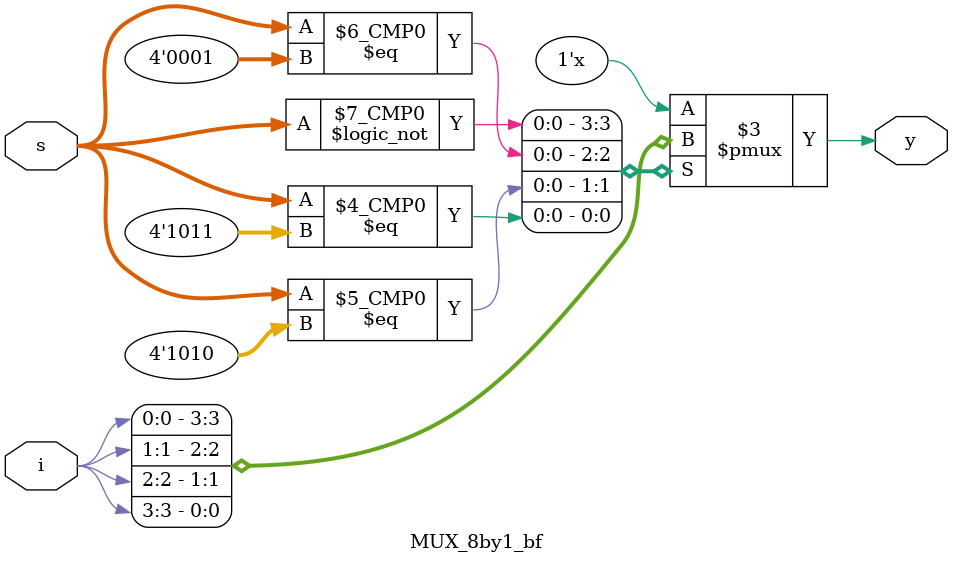
<source format=v>
`timescale 1ns / 1ps


module MUX_8by1_bf(y,s,i);
input [3:0]s;
input [7:0]i;
output reg y;

always @ (s,i)
begin
case(s)   
0000:y = i[0];
0001:y = i[1];
0010:y = i[2];
0011:y = i[3];
0100:y = i[4];
0101:y = i[5];
0110:y = i[6];
0111:y = i[7];
1000:y = i[8];
endcase
end
endmodule


</source>
